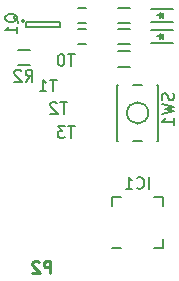
<source format=gbo>
G04 #@! TF.FileFunction,Legend,Bot*
%FSLAX46Y46*%
G04 Gerber Fmt 4.6, Leading zero omitted, Abs format (unit mm)*
G04 Created by KiCad (PCBNEW 4.0.0-rc1-stable) date 11/12/2015 8:05:50 PM*
%MOMM*%
G01*
G04 APERTURE LIST*
%ADD10C,0.100000*%
%ADD11C,0.150000*%
%ADD12C,0.250190*%
%ADD13C,0.251460*%
G04 APERTURE END LIST*
D10*
D11*
X150018000Y-68418000D02*
X150718000Y-68418000D01*
X150718000Y-67218000D02*
X150018000Y-67218000D01*
X150718000Y-65440000D02*
X150018000Y-65440000D01*
X150018000Y-66640000D02*
X150718000Y-66640000D01*
X158072000Y-66590000D02*
X156172000Y-66590000D01*
X158072000Y-65490000D02*
X156172000Y-65490000D01*
X157172000Y-66040000D02*
X156722000Y-66040000D01*
X157222000Y-65790000D02*
X157222000Y-66290000D01*
X157222000Y-66040000D02*
X156972000Y-65790000D01*
X156972000Y-65790000D02*
X156972000Y-66290000D01*
X156972000Y-66290000D02*
X157222000Y-66040000D01*
X158072000Y-68368000D02*
X156172000Y-68368000D01*
X158072000Y-67268000D02*
X156172000Y-67268000D01*
X157172000Y-67818000D02*
X156722000Y-67818000D01*
X157222000Y-67568000D02*
X157222000Y-68068000D01*
X157222000Y-67818000D02*
X156972000Y-67568000D01*
X156972000Y-67568000D02*
X156972000Y-68068000D01*
X156972000Y-68068000D02*
X157222000Y-67818000D01*
X157217000Y-85716000D02*
X157217000Y-84941000D01*
X152917000Y-81416000D02*
X152917000Y-82191000D01*
X157217000Y-81416000D02*
X157217000Y-82191000D01*
X152917000Y-85716000D02*
X153692000Y-85716000D01*
X152917000Y-81416000D02*
X153692000Y-81416000D01*
X157217000Y-81416000D02*
X156442000Y-81416000D01*
X157217000Y-85716000D02*
X156442000Y-85716000D01*
X145466000Y-66502000D02*
G75*
G03X145466000Y-66502000I-100000J0D01*
G01*
X145616000Y-67052000D02*
X145616000Y-66552000D01*
X148516000Y-67052000D02*
X145616000Y-67052000D01*
X148516000Y-66552000D02*
X148516000Y-67052000D01*
X145616000Y-66552000D02*
X148516000Y-66552000D01*
X154424000Y-65365000D02*
X153424000Y-65365000D01*
X153424000Y-66715000D02*
X154424000Y-66715000D01*
X144915000Y-70271000D02*
X145915000Y-70271000D01*
X145915000Y-68921000D02*
X144915000Y-68921000D01*
X153424000Y-68493000D02*
X154424000Y-68493000D01*
X154424000Y-67143000D02*
X153424000Y-67143000D01*
X153424000Y-70398000D02*
X154424000Y-70398000D01*
X154424000Y-69048000D02*
X153424000Y-69048000D01*
X153317000Y-76645000D02*
X153417000Y-76645000D01*
X156817000Y-76645000D02*
X156717000Y-76645000D01*
X156717000Y-71945000D02*
X156817000Y-71945000D01*
X153317000Y-71945000D02*
X153417000Y-71945000D01*
X154717000Y-71945000D02*
X155417000Y-71945000D01*
X154717000Y-76645000D02*
X155417000Y-76645000D01*
X153317000Y-76645000D02*
X153317000Y-71945000D01*
X156817000Y-71945000D02*
X156817000Y-76645000D01*
X155967000Y-74295000D02*
G75*
G03X155967000Y-74295000I-900000J0D01*
G01*
X156043190Y-80716381D02*
X156043190Y-79716381D01*
X154995571Y-80621143D02*
X155043190Y-80668762D01*
X155186047Y-80716381D01*
X155281285Y-80716381D01*
X155424143Y-80668762D01*
X155519381Y-80573524D01*
X155567000Y-80478286D01*
X155614619Y-80287810D01*
X155614619Y-80144952D01*
X155567000Y-79954476D01*
X155519381Y-79859238D01*
X155424143Y-79764000D01*
X155281285Y-79716381D01*
X155186047Y-79716381D01*
X155043190Y-79764000D01*
X154995571Y-79811619D01*
X154043190Y-80716381D02*
X154614619Y-80716381D01*
X154328905Y-80716381D02*
X154328905Y-79716381D01*
X154424143Y-79859238D01*
X154519381Y-79954476D01*
X154614619Y-80002095D01*
D12*
X147677656Y-87828725D02*
X147677656Y-86827965D01*
X147296414Y-86827965D01*
X147201103Y-86875620D01*
X147153448Y-86923275D01*
X147105793Y-87018586D01*
X147105793Y-87161551D01*
X147153448Y-87256862D01*
X147201103Y-87304517D01*
X147296414Y-87352172D01*
X147677656Y-87352172D01*
X146724551Y-86923275D02*
X146676896Y-86875620D01*
X146581585Y-86827965D01*
X146343309Y-86827965D01*
X146247999Y-86875620D01*
X146200343Y-86923275D01*
X146152688Y-87018586D01*
X146152688Y-87113896D01*
X146200343Y-87256862D01*
X146772206Y-87828725D01*
X146152688Y-87828725D01*
D13*
D11*
X144946619Y-66643262D02*
X144899000Y-66548024D01*
X144803762Y-66452786D01*
X144660905Y-66309929D01*
X144613286Y-66214690D01*
X144613286Y-66119452D01*
X144851381Y-66167071D02*
X144803762Y-66071833D01*
X144708524Y-65976595D01*
X144518048Y-65928976D01*
X144184714Y-65928976D01*
X143994238Y-65976595D01*
X143899000Y-66071833D01*
X143851381Y-66167071D01*
X143851381Y-66357548D01*
X143899000Y-66452786D01*
X143994238Y-66548024D01*
X144184714Y-66595643D01*
X144518048Y-66595643D01*
X144708524Y-66548024D01*
X144803762Y-66452786D01*
X144851381Y-66357548D01*
X144851381Y-66167071D01*
X144851381Y-67548024D02*
X144851381Y-66976595D01*
X144851381Y-67262309D02*
X143851381Y-67262309D01*
X143994238Y-67167071D01*
X144089476Y-67071833D01*
X144137095Y-66976595D01*
X145581666Y-71635881D02*
X145915000Y-71159690D01*
X146153095Y-71635881D02*
X146153095Y-70635881D01*
X145772142Y-70635881D01*
X145676904Y-70683500D01*
X145629285Y-70731119D01*
X145581666Y-70826357D01*
X145581666Y-70969214D01*
X145629285Y-71064452D01*
X145676904Y-71112071D01*
X145772142Y-71159690D01*
X146153095Y-71159690D01*
X145200714Y-70731119D02*
X145153095Y-70683500D01*
X145057857Y-70635881D01*
X144819761Y-70635881D01*
X144724523Y-70683500D01*
X144676904Y-70731119D01*
X144629285Y-70826357D01*
X144629285Y-70921595D01*
X144676904Y-71064452D01*
X145248333Y-71635881D01*
X144629285Y-71635881D01*
X158075262Y-72644167D02*
X158122881Y-72787024D01*
X158122881Y-73025120D01*
X158075262Y-73120358D01*
X158027643Y-73167977D01*
X157932405Y-73215596D01*
X157837167Y-73215596D01*
X157741929Y-73167977D01*
X157694310Y-73120358D01*
X157646690Y-73025120D01*
X157599071Y-72834643D01*
X157551452Y-72739405D01*
X157503833Y-72691786D01*
X157408595Y-72644167D01*
X157313357Y-72644167D01*
X157218119Y-72691786D01*
X157170500Y-72739405D01*
X157122881Y-72834643D01*
X157122881Y-73072739D01*
X157170500Y-73215596D01*
X157122881Y-73548929D02*
X158122881Y-73787024D01*
X157408595Y-73977501D01*
X158122881Y-74167977D01*
X157122881Y-74406072D01*
X158122881Y-75310834D02*
X158122881Y-74739405D01*
X158122881Y-75025119D02*
X157122881Y-75025119D01*
X157265738Y-74929881D01*
X157360976Y-74834643D01*
X157408595Y-74739405D01*
X149097905Y-73366381D02*
X148526476Y-73366381D01*
X148812191Y-74366381D02*
X148812191Y-73366381D01*
X148240762Y-73461619D02*
X148193143Y-73414000D01*
X148097905Y-73366381D01*
X147859809Y-73366381D01*
X147764571Y-73414000D01*
X147716952Y-73461619D01*
X147669333Y-73556857D01*
X147669333Y-73652095D01*
X147716952Y-73794952D01*
X148288381Y-74366381D01*
X147669333Y-74366381D01*
X148208905Y-71461381D02*
X147637476Y-71461381D01*
X147923191Y-72461381D02*
X147923191Y-71461381D01*
X146780333Y-72461381D02*
X147351762Y-72461381D01*
X147066048Y-72461381D02*
X147066048Y-71461381D01*
X147161286Y-71604238D01*
X147256524Y-71699476D01*
X147351762Y-71747095D01*
X149732905Y-75398381D02*
X149161476Y-75398381D01*
X149447191Y-76398381D02*
X149447191Y-75398381D01*
X148923381Y-75398381D02*
X148304333Y-75398381D01*
X148637667Y-75779333D01*
X148494809Y-75779333D01*
X148399571Y-75826952D01*
X148351952Y-75874571D01*
X148304333Y-75969810D01*
X148304333Y-76207905D01*
X148351952Y-76303143D01*
X148399571Y-76350762D01*
X148494809Y-76398381D01*
X148780524Y-76398381D01*
X148875762Y-76350762D01*
X148923381Y-76303143D01*
X149732905Y-69302381D02*
X149161476Y-69302381D01*
X149447191Y-70302381D02*
X149447191Y-69302381D01*
X148637667Y-69302381D02*
X148542428Y-69302381D01*
X148447190Y-69350000D01*
X148399571Y-69397619D01*
X148351952Y-69492857D01*
X148304333Y-69683333D01*
X148304333Y-69921429D01*
X148351952Y-70111905D01*
X148399571Y-70207143D01*
X148447190Y-70254762D01*
X148542428Y-70302381D01*
X148637667Y-70302381D01*
X148732905Y-70254762D01*
X148780524Y-70207143D01*
X148828143Y-70111905D01*
X148875762Y-69921429D01*
X148875762Y-69683333D01*
X148828143Y-69492857D01*
X148780524Y-69397619D01*
X148732905Y-69350000D01*
X148637667Y-69302381D01*
M02*

</source>
